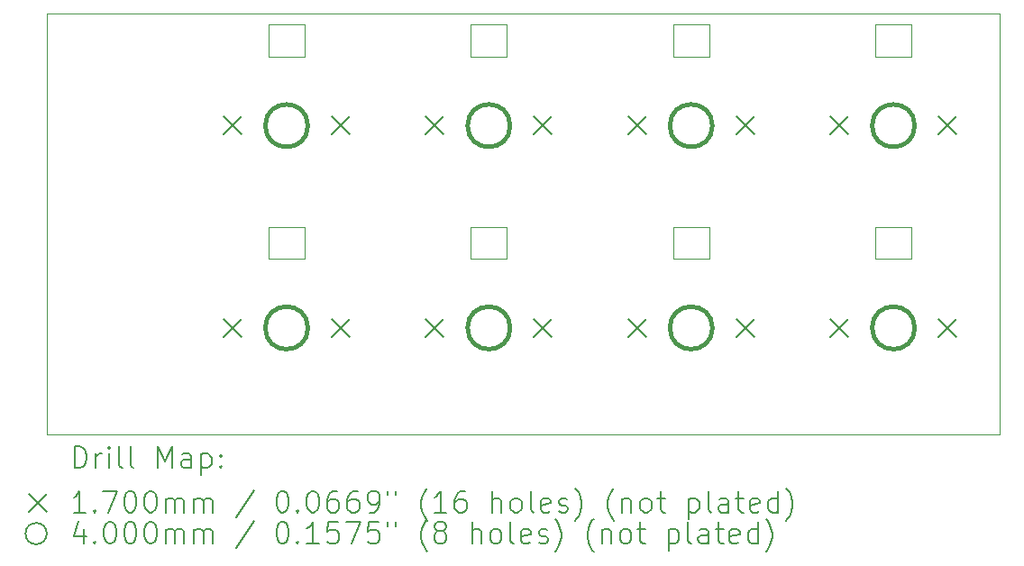
<source format=gbr>
%TF.GenerationSoftware,KiCad,Pcbnew,9.0.7*%
%TF.CreationDate,2026-02-20T22:19:16+11:00*%
%TF.ProjectId,oled-v2,6f6c6564-2d76-4322-9e6b-696361645f70,rev?*%
%TF.SameCoordinates,Original*%
%TF.FileFunction,Drillmap*%
%TF.FilePolarity,Positive*%
%FSLAX45Y45*%
G04 Gerber Fmt 4.5, Leading zero omitted, Abs format (unit mm)*
G04 Created by KiCad (PCBNEW 9.0.7) date 2026-02-20 22:19:16*
%MOMM*%
%LPD*%
G01*
G04 APERTURE LIST*
%ADD10C,0.050000*%
%ADD11C,0.120000*%
%ADD12C,0.200000*%
%ADD13C,0.170000*%
%ADD14C,0.400000*%
G04 APERTURE END LIST*
D10*
X6150000Y-5250000D02*
X15100000Y-5250000D01*
X15100000Y-9200000D01*
X6150000Y-9200000D01*
X6150000Y-5250000D01*
D11*
X12030000Y-5350000D02*
X12030000Y-5650000D01*
X12030000Y-5650000D02*
X12370000Y-5650000D01*
X12370000Y-5350000D02*
X12030000Y-5350000D01*
X12370000Y-5650000D02*
X12370000Y-5350000D01*
X13930000Y-5350000D02*
X13930000Y-5650000D01*
X13930000Y-5650000D02*
X14270000Y-5650000D01*
X14270000Y-5350000D02*
X13930000Y-5350000D01*
X14270000Y-5650000D02*
X14270000Y-5350000D01*
X10130000Y-7250000D02*
X10130000Y-7550000D01*
X10130000Y-7550000D02*
X10470000Y-7550000D01*
X10470000Y-7250000D02*
X10130000Y-7250000D01*
X10470000Y-7550000D02*
X10470000Y-7250000D01*
X8230000Y-7250000D02*
X8230000Y-7550000D01*
X8230000Y-7550000D02*
X8570000Y-7550000D01*
X8570000Y-7250000D02*
X8230000Y-7250000D01*
X8570000Y-7550000D02*
X8570000Y-7250000D01*
X12030000Y-7250000D02*
X12030000Y-7550000D01*
X12030000Y-7550000D02*
X12370000Y-7550000D01*
X12370000Y-7250000D02*
X12030000Y-7250000D01*
X12370000Y-7550000D02*
X12370000Y-7250000D01*
X10130000Y-5350000D02*
X10130000Y-5650000D01*
X10130000Y-5650000D02*
X10470000Y-5650000D01*
X10470000Y-5350000D02*
X10130000Y-5350000D01*
X10470000Y-5650000D02*
X10470000Y-5350000D01*
X13930000Y-7250000D02*
X13930000Y-7550000D01*
X13930000Y-7550000D02*
X14270000Y-7550000D01*
X14270000Y-7250000D02*
X13930000Y-7250000D01*
X14270000Y-7550000D02*
X14270000Y-7250000D01*
X8230000Y-5350000D02*
X8230000Y-5650000D01*
X8230000Y-5650000D02*
X8570000Y-5650000D01*
X8570000Y-5350000D02*
X8230000Y-5350000D01*
X8570000Y-5650000D02*
X8570000Y-5350000D01*
D12*
D13*
X7807000Y-6215000D02*
X7977000Y-6385000D01*
X7977000Y-6215000D02*
X7807000Y-6385000D01*
X7807000Y-8115000D02*
X7977000Y-8285000D01*
X7977000Y-8115000D02*
X7807000Y-8285000D01*
X8823000Y-6215000D02*
X8993000Y-6385000D01*
X8993000Y-6215000D02*
X8823000Y-6385000D01*
X8823000Y-8115000D02*
X8993000Y-8285000D01*
X8993000Y-8115000D02*
X8823000Y-8285000D01*
X9707000Y-6215000D02*
X9877000Y-6385000D01*
X9877000Y-6215000D02*
X9707000Y-6385000D01*
X9707000Y-8115000D02*
X9877000Y-8285000D01*
X9877000Y-8115000D02*
X9707000Y-8285000D01*
X10723000Y-6215000D02*
X10893000Y-6385000D01*
X10893000Y-6215000D02*
X10723000Y-6385000D01*
X10723000Y-8115000D02*
X10893000Y-8285000D01*
X10893000Y-8115000D02*
X10723000Y-8285000D01*
X11607000Y-6215000D02*
X11777000Y-6385000D01*
X11777000Y-6215000D02*
X11607000Y-6385000D01*
X11607000Y-8115000D02*
X11777000Y-8285000D01*
X11777000Y-8115000D02*
X11607000Y-8285000D01*
X12623000Y-6215000D02*
X12793000Y-6385000D01*
X12793000Y-6215000D02*
X12623000Y-6385000D01*
X12623000Y-8115000D02*
X12793000Y-8285000D01*
X12793000Y-8115000D02*
X12623000Y-8285000D01*
X13507000Y-6215000D02*
X13677000Y-6385000D01*
X13677000Y-6215000D02*
X13507000Y-6385000D01*
X13507000Y-8115000D02*
X13677000Y-8285000D01*
X13677000Y-8115000D02*
X13507000Y-8285000D01*
X14523000Y-6215000D02*
X14693000Y-6385000D01*
X14693000Y-6215000D02*
X14523000Y-6385000D01*
X14523000Y-8115000D02*
X14693000Y-8285000D01*
X14693000Y-8115000D02*
X14523000Y-8285000D01*
D14*
X8600000Y-6300000D02*
G75*
G02*
X8200000Y-6300000I-200000J0D01*
G01*
X8200000Y-6300000D02*
G75*
G02*
X8600000Y-6300000I200000J0D01*
G01*
X8600000Y-8200000D02*
G75*
G02*
X8200000Y-8200000I-200000J0D01*
G01*
X8200000Y-8200000D02*
G75*
G02*
X8600000Y-8200000I200000J0D01*
G01*
X10500000Y-6300000D02*
G75*
G02*
X10100000Y-6300000I-200000J0D01*
G01*
X10100000Y-6300000D02*
G75*
G02*
X10500000Y-6300000I200000J0D01*
G01*
X10500000Y-8200000D02*
G75*
G02*
X10100000Y-8200000I-200000J0D01*
G01*
X10100000Y-8200000D02*
G75*
G02*
X10500000Y-8200000I200000J0D01*
G01*
X12400000Y-6300000D02*
G75*
G02*
X12000000Y-6300000I-200000J0D01*
G01*
X12000000Y-6300000D02*
G75*
G02*
X12400000Y-6300000I200000J0D01*
G01*
X12400000Y-8200000D02*
G75*
G02*
X12000000Y-8200000I-200000J0D01*
G01*
X12000000Y-8200000D02*
G75*
G02*
X12400000Y-8200000I200000J0D01*
G01*
X14300000Y-6300000D02*
G75*
G02*
X13900000Y-6300000I-200000J0D01*
G01*
X13900000Y-6300000D02*
G75*
G02*
X14300000Y-6300000I200000J0D01*
G01*
X14300000Y-8200000D02*
G75*
G02*
X13900000Y-8200000I-200000J0D01*
G01*
X13900000Y-8200000D02*
G75*
G02*
X14300000Y-8200000I200000J0D01*
G01*
D12*
X6408277Y-9513984D02*
X6408277Y-9313984D01*
X6408277Y-9313984D02*
X6455896Y-9313984D01*
X6455896Y-9313984D02*
X6484467Y-9323508D01*
X6484467Y-9323508D02*
X6503515Y-9342555D01*
X6503515Y-9342555D02*
X6513039Y-9361603D01*
X6513039Y-9361603D02*
X6522562Y-9399698D01*
X6522562Y-9399698D02*
X6522562Y-9428270D01*
X6522562Y-9428270D02*
X6513039Y-9466365D01*
X6513039Y-9466365D02*
X6503515Y-9485412D01*
X6503515Y-9485412D02*
X6484467Y-9504460D01*
X6484467Y-9504460D02*
X6455896Y-9513984D01*
X6455896Y-9513984D02*
X6408277Y-9513984D01*
X6608277Y-9513984D02*
X6608277Y-9380650D01*
X6608277Y-9418746D02*
X6617801Y-9399698D01*
X6617801Y-9399698D02*
X6627324Y-9390174D01*
X6627324Y-9390174D02*
X6646372Y-9380650D01*
X6646372Y-9380650D02*
X6665420Y-9380650D01*
X6732086Y-9513984D02*
X6732086Y-9380650D01*
X6732086Y-9313984D02*
X6722562Y-9323508D01*
X6722562Y-9323508D02*
X6732086Y-9333031D01*
X6732086Y-9333031D02*
X6741610Y-9323508D01*
X6741610Y-9323508D02*
X6732086Y-9313984D01*
X6732086Y-9313984D02*
X6732086Y-9333031D01*
X6855896Y-9513984D02*
X6836848Y-9504460D01*
X6836848Y-9504460D02*
X6827324Y-9485412D01*
X6827324Y-9485412D02*
X6827324Y-9313984D01*
X6960658Y-9513984D02*
X6941610Y-9504460D01*
X6941610Y-9504460D02*
X6932086Y-9485412D01*
X6932086Y-9485412D02*
X6932086Y-9313984D01*
X7189229Y-9513984D02*
X7189229Y-9313984D01*
X7189229Y-9313984D02*
X7255896Y-9456841D01*
X7255896Y-9456841D02*
X7322562Y-9313984D01*
X7322562Y-9313984D02*
X7322562Y-9513984D01*
X7503515Y-9513984D02*
X7503515Y-9409222D01*
X7503515Y-9409222D02*
X7493991Y-9390174D01*
X7493991Y-9390174D02*
X7474943Y-9380650D01*
X7474943Y-9380650D02*
X7436848Y-9380650D01*
X7436848Y-9380650D02*
X7417801Y-9390174D01*
X7503515Y-9504460D02*
X7484467Y-9513984D01*
X7484467Y-9513984D02*
X7436848Y-9513984D01*
X7436848Y-9513984D02*
X7417801Y-9504460D01*
X7417801Y-9504460D02*
X7408277Y-9485412D01*
X7408277Y-9485412D02*
X7408277Y-9466365D01*
X7408277Y-9466365D02*
X7417801Y-9447317D01*
X7417801Y-9447317D02*
X7436848Y-9437793D01*
X7436848Y-9437793D02*
X7484467Y-9437793D01*
X7484467Y-9437793D02*
X7503515Y-9428270D01*
X7598753Y-9380650D02*
X7598753Y-9580650D01*
X7598753Y-9390174D02*
X7617801Y-9380650D01*
X7617801Y-9380650D02*
X7655896Y-9380650D01*
X7655896Y-9380650D02*
X7674943Y-9390174D01*
X7674943Y-9390174D02*
X7684467Y-9399698D01*
X7684467Y-9399698D02*
X7693991Y-9418746D01*
X7693991Y-9418746D02*
X7693991Y-9475889D01*
X7693991Y-9475889D02*
X7684467Y-9494936D01*
X7684467Y-9494936D02*
X7674943Y-9504460D01*
X7674943Y-9504460D02*
X7655896Y-9513984D01*
X7655896Y-9513984D02*
X7617801Y-9513984D01*
X7617801Y-9513984D02*
X7598753Y-9504460D01*
X7779705Y-9494936D02*
X7789229Y-9504460D01*
X7789229Y-9504460D02*
X7779705Y-9513984D01*
X7779705Y-9513984D02*
X7770182Y-9504460D01*
X7770182Y-9504460D02*
X7779705Y-9494936D01*
X7779705Y-9494936D02*
X7779705Y-9513984D01*
X7779705Y-9390174D02*
X7789229Y-9399698D01*
X7789229Y-9399698D02*
X7779705Y-9409222D01*
X7779705Y-9409222D02*
X7770182Y-9399698D01*
X7770182Y-9399698D02*
X7779705Y-9390174D01*
X7779705Y-9390174D02*
X7779705Y-9409222D01*
D13*
X5977500Y-9757500D02*
X6147500Y-9927500D01*
X6147500Y-9757500D02*
X5977500Y-9927500D01*
D12*
X6513039Y-9933984D02*
X6398753Y-9933984D01*
X6455896Y-9933984D02*
X6455896Y-9733984D01*
X6455896Y-9733984D02*
X6436848Y-9762555D01*
X6436848Y-9762555D02*
X6417801Y-9781603D01*
X6417801Y-9781603D02*
X6398753Y-9791127D01*
X6598753Y-9914936D02*
X6608277Y-9924460D01*
X6608277Y-9924460D02*
X6598753Y-9933984D01*
X6598753Y-9933984D02*
X6589229Y-9924460D01*
X6589229Y-9924460D02*
X6598753Y-9914936D01*
X6598753Y-9914936D02*
X6598753Y-9933984D01*
X6674943Y-9733984D02*
X6808277Y-9733984D01*
X6808277Y-9733984D02*
X6722562Y-9933984D01*
X6922562Y-9733984D02*
X6941610Y-9733984D01*
X6941610Y-9733984D02*
X6960658Y-9743508D01*
X6960658Y-9743508D02*
X6970182Y-9753031D01*
X6970182Y-9753031D02*
X6979705Y-9772079D01*
X6979705Y-9772079D02*
X6989229Y-9810174D01*
X6989229Y-9810174D02*
X6989229Y-9857793D01*
X6989229Y-9857793D02*
X6979705Y-9895889D01*
X6979705Y-9895889D02*
X6970182Y-9914936D01*
X6970182Y-9914936D02*
X6960658Y-9924460D01*
X6960658Y-9924460D02*
X6941610Y-9933984D01*
X6941610Y-9933984D02*
X6922562Y-9933984D01*
X6922562Y-9933984D02*
X6903515Y-9924460D01*
X6903515Y-9924460D02*
X6893991Y-9914936D01*
X6893991Y-9914936D02*
X6884467Y-9895889D01*
X6884467Y-9895889D02*
X6874943Y-9857793D01*
X6874943Y-9857793D02*
X6874943Y-9810174D01*
X6874943Y-9810174D02*
X6884467Y-9772079D01*
X6884467Y-9772079D02*
X6893991Y-9753031D01*
X6893991Y-9753031D02*
X6903515Y-9743508D01*
X6903515Y-9743508D02*
X6922562Y-9733984D01*
X7113039Y-9733984D02*
X7132086Y-9733984D01*
X7132086Y-9733984D02*
X7151134Y-9743508D01*
X7151134Y-9743508D02*
X7160658Y-9753031D01*
X7160658Y-9753031D02*
X7170182Y-9772079D01*
X7170182Y-9772079D02*
X7179705Y-9810174D01*
X7179705Y-9810174D02*
X7179705Y-9857793D01*
X7179705Y-9857793D02*
X7170182Y-9895889D01*
X7170182Y-9895889D02*
X7160658Y-9914936D01*
X7160658Y-9914936D02*
X7151134Y-9924460D01*
X7151134Y-9924460D02*
X7132086Y-9933984D01*
X7132086Y-9933984D02*
X7113039Y-9933984D01*
X7113039Y-9933984D02*
X7093991Y-9924460D01*
X7093991Y-9924460D02*
X7084467Y-9914936D01*
X7084467Y-9914936D02*
X7074943Y-9895889D01*
X7074943Y-9895889D02*
X7065420Y-9857793D01*
X7065420Y-9857793D02*
X7065420Y-9810174D01*
X7065420Y-9810174D02*
X7074943Y-9772079D01*
X7074943Y-9772079D02*
X7084467Y-9753031D01*
X7084467Y-9753031D02*
X7093991Y-9743508D01*
X7093991Y-9743508D02*
X7113039Y-9733984D01*
X7265420Y-9933984D02*
X7265420Y-9800650D01*
X7265420Y-9819698D02*
X7274943Y-9810174D01*
X7274943Y-9810174D02*
X7293991Y-9800650D01*
X7293991Y-9800650D02*
X7322563Y-9800650D01*
X7322563Y-9800650D02*
X7341610Y-9810174D01*
X7341610Y-9810174D02*
X7351134Y-9829222D01*
X7351134Y-9829222D02*
X7351134Y-9933984D01*
X7351134Y-9829222D02*
X7360658Y-9810174D01*
X7360658Y-9810174D02*
X7379705Y-9800650D01*
X7379705Y-9800650D02*
X7408277Y-9800650D01*
X7408277Y-9800650D02*
X7427324Y-9810174D01*
X7427324Y-9810174D02*
X7436848Y-9829222D01*
X7436848Y-9829222D02*
X7436848Y-9933984D01*
X7532086Y-9933984D02*
X7532086Y-9800650D01*
X7532086Y-9819698D02*
X7541610Y-9810174D01*
X7541610Y-9810174D02*
X7560658Y-9800650D01*
X7560658Y-9800650D02*
X7589229Y-9800650D01*
X7589229Y-9800650D02*
X7608277Y-9810174D01*
X7608277Y-9810174D02*
X7617801Y-9829222D01*
X7617801Y-9829222D02*
X7617801Y-9933984D01*
X7617801Y-9829222D02*
X7627324Y-9810174D01*
X7627324Y-9810174D02*
X7646372Y-9800650D01*
X7646372Y-9800650D02*
X7674943Y-9800650D01*
X7674943Y-9800650D02*
X7693991Y-9810174D01*
X7693991Y-9810174D02*
X7703515Y-9829222D01*
X7703515Y-9829222D02*
X7703515Y-9933984D01*
X8093991Y-9724460D02*
X7922563Y-9981603D01*
X8351134Y-9733984D02*
X8370182Y-9733984D01*
X8370182Y-9733984D02*
X8389229Y-9743508D01*
X8389229Y-9743508D02*
X8398753Y-9753031D01*
X8398753Y-9753031D02*
X8408277Y-9772079D01*
X8408277Y-9772079D02*
X8417801Y-9810174D01*
X8417801Y-9810174D02*
X8417801Y-9857793D01*
X8417801Y-9857793D02*
X8408277Y-9895889D01*
X8408277Y-9895889D02*
X8398753Y-9914936D01*
X8398753Y-9914936D02*
X8389229Y-9924460D01*
X8389229Y-9924460D02*
X8370182Y-9933984D01*
X8370182Y-9933984D02*
X8351134Y-9933984D01*
X8351134Y-9933984D02*
X8332086Y-9924460D01*
X8332086Y-9924460D02*
X8322563Y-9914936D01*
X8322563Y-9914936D02*
X8313039Y-9895889D01*
X8313039Y-9895889D02*
X8303515Y-9857793D01*
X8303515Y-9857793D02*
X8303515Y-9810174D01*
X8303515Y-9810174D02*
X8313039Y-9772079D01*
X8313039Y-9772079D02*
X8322563Y-9753031D01*
X8322563Y-9753031D02*
X8332086Y-9743508D01*
X8332086Y-9743508D02*
X8351134Y-9733984D01*
X8503515Y-9914936D02*
X8513039Y-9924460D01*
X8513039Y-9924460D02*
X8503515Y-9933984D01*
X8503515Y-9933984D02*
X8493991Y-9924460D01*
X8493991Y-9924460D02*
X8503515Y-9914936D01*
X8503515Y-9914936D02*
X8503515Y-9933984D01*
X8636848Y-9733984D02*
X8655896Y-9733984D01*
X8655896Y-9733984D02*
X8674944Y-9743508D01*
X8674944Y-9743508D02*
X8684468Y-9753031D01*
X8684468Y-9753031D02*
X8693991Y-9772079D01*
X8693991Y-9772079D02*
X8703515Y-9810174D01*
X8703515Y-9810174D02*
X8703515Y-9857793D01*
X8703515Y-9857793D02*
X8693991Y-9895889D01*
X8693991Y-9895889D02*
X8684468Y-9914936D01*
X8684468Y-9914936D02*
X8674944Y-9924460D01*
X8674944Y-9924460D02*
X8655896Y-9933984D01*
X8655896Y-9933984D02*
X8636848Y-9933984D01*
X8636848Y-9933984D02*
X8617801Y-9924460D01*
X8617801Y-9924460D02*
X8608277Y-9914936D01*
X8608277Y-9914936D02*
X8598753Y-9895889D01*
X8598753Y-9895889D02*
X8589229Y-9857793D01*
X8589229Y-9857793D02*
X8589229Y-9810174D01*
X8589229Y-9810174D02*
X8598753Y-9772079D01*
X8598753Y-9772079D02*
X8608277Y-9753031D01*
X8608277Y-9753031D02*
X8617801Y-9743508D01*
X8617801Y-9743508D02*
X8636848Y-9733984D01*
X8874944Y-9733984D02*
X8836848Y-9733984D01*
X8836848Y-9733984D02*
X8817801Y-9743508D01*
X8817801Y-9743508D02*
X8808277Y-9753031D01*
X8808277Y-9753031D02*
X8789229Y-9781603D01*
X8789229Y-9781603D02*
X8779706Y-9819698D01*
X8779706Y-9819698D02*
X8779706Y-9895889D01*
X8779706Y-9895889D02*
X8789229Y-9914936D01*
X8789229Y-9914936D02*
X8798753Y-9924460D01*
X8798753Y-9924460D02*
X8817801Y-9933984D01*
X8817801Y-9933984D02*
X8855896Y-9933984D01*
X8855896Y-9933984D02*
X8874944Y-9924460D01*
X8874944Y-9924460D02*
X8884468Y-9914936D01*
X8884468Y-9914936D02*
X8893991Y-9895889D01*
X8893991Y-9895889D02*
X8893991Y-9848270D01*
X8893991Y-9848270D02*
X8884468Y-9829222D01*
X8884468Y-9829222D02*
X8874944Y-9819698D01*
X8874944Y-9819698D02*
X8855896Y-9810174D01*
X8855896Y-9810174D02*
X8817801Y-9810174D01*
X8817801Y-9810174D02*
X8798753Y-9819698D01*
X8798753Y-9819698D02*
X8789229Y-9829222D01*
X8789229Y-9829222D02*
X8779706Y-9848270D01*
X9065420Y-9733984D02*
X9027325Y-9733984D01*
X9027325Y-9733984D02*
X9008277Y-9743508D01*
X9008277Y-9743508D02*
X8998753Y-9753031D01*
X8998753Y-9753031D02*
X8979706Y-9781603D01*
X8979706Y-9781603D02*
X8970182Y-9819698D01*
X8970182Y-9819698D02*
X8970182Y-9895889D01*
X8970182Y-9895889D02*
X8979706Y-9914936D01*
X8979706Y-9914936D02*
X8989229Y-9924460D01*
X8989229Y-9924460D02*
X9008277Y-9933984D01*
X9008277Y-9933984D02*
X9046372Y-9933984D01*
X9046372Y-9933984D02*
X9065420Y-9924460D01*
X9065420Y-9924460D02*
X9074944Y-9914936D01*
X9074944Y-9914936D02*
X9084468Y-9895889D01*
X9084468Y-9895889D02*
X9084468Y-9848270D01*
X9084468Y-9848270D02*
X9074944Y-9829222D01*
X9074944Y-9829222D02*
X9065420Y-9819698D01*
X9065420Y-9819698D02*
X9046372Y-9810174D01*
X9046372Y-9810174D02*
X9008277Y-9810174D01*
X9008277Y-9810174D02*
X8989229Y-9819698D01*
X8989229Y-9819698D02*
X8979706Y-9829222D01*
X8979706Y-9829222D02*
X8970182Y-9848270D01*
X9179706Y-9933984D02*
X9217801Y-9933984D01*
X9217801Y-9933984D02*
X9236849Y-9924460D01*
X9236849Y-9924460D02*
X9246372Y-9914936D01*
X9246372Y-9914936D02*
X9265420Y-9886365D01*
X9265420Y-9886365D02*
X9274944Y-9848270D01*
X9274944Y-9848270D02*
X9274944Y-9772079D01*
X9274944Y-9772079D02*
X9265420Y-9753031D01*
X9265420Y-9753031D02*
X9255896Y-9743508D01*
X9255896Y-9743508D02*
X9236849Y-9733984D01*
X9236849Y-9733984D02*
X9198753Y-9733984D01*
X9198753Y-9733984D02*
X9179706Y-9743508D01*
X9179706Y-9743508D02*
X9170182Y-9753031D01*
X9170182Y-9753031D02*
X9160658Y-9772079D01*
X9160658Y-9772079D02*
X9160658Y-9819698D01*
X9160658Y-9819698D02*
X9170182Y-9838746D01*
X9170182Y-9838746D02*
X9179706Y-9848270D01*
X9179706Y-9848270D02*
X9198753Y-9857793D01*
X9198753Y-9857793D02*
X9236849Y-9857793D01*
X9236849Y-9857793D02*
X9255896Y-9848270D01*
X9255896Y-9848270D02*
X9265420Y-9838746D01*
X9265420Y-9838746D02*
X9274944Y-9819698D01*
X9351134Y-9733984D02*
X9351134Y-9772079D01*
X9427325Y-9733984D02*
X9427325Y-9772079D01*
X9722563Y-10010174D02*
X9713039Y-10000650D01*
X9713039Y-10000650D02*
X9693991Y-9972079D01*
X9693991Y-9972079D02*
X9684468Y-9953031D01*
X9684468Y-9953031D02*
X9674944Y-9924460D01*
X9674944Y-9924460D02*
X9665420Y-9876841D01*
X9665420Y-9876841D02*
X9665420Y-9838746D01*
X9665420Y-9838746D02*
X9674944Y-9791127D01*
X9674944Y-9791127D02*
X9684468Y-9762555D01*
X9684468Y-9762555D02*
X9693991Y-9743508D01*
X9693991Y-9743508D02*
X9713039Y-9714936D01*
X9713039Y-9714936D02*
X9722563Y-9705412D01*
X9903515Y-9933984D02*
X9789230Y-9933984D01*
X9846372Y-9933984D02*
X9846372Y-9733984D01*
X9846372Y-9733984D02*
X9827325Y-9762555D01*
X9827325Y-9762555D02*
X9808277Y-9781603D01*
X9808277Y-9781603D02*
X9789230Y-9791127D01*
X10074944Y-9733984D02*
X10036849Y-9733984D01*
X10036849Y-9733984D02*
X10017801Y-9743508D01*
X10017801Y-9743508D02*
X10008277Y-9753031D01*
X10008277Y-9753031D02*
X9989230Y-9781603D01*
X9989230Y-9781603D02*
X9979706Y-9819698D01*
X9979706Y-9819698D02*
X9979706Y-9895889D01*
X9979706Y-9895889D02*
X9989230Y-9914936D01*
X9989230Y-9914936D02*
X9998753Y-9924460D01*
X9998753Y-9924460D02*
X10017801Y-9933984D01*
X10017801Y-9933984D02*
X10055896Y-9933984D01*
X10055896Y-9933984D02*
X10074944Y-9924460D01*
X10074944Y-9924460D02*
X10084468Y-9914936D01*
X10084468Y-9914936D02*
X10093991Y-9895889D01*
X10093991Y-9895889D02*
X10093991Y-9848270D01*
X10093991Y-9848270D02*
X10084468Y-9829222D01*
X10084468Y-9829222D02*
X10074944Y-9819698D01*
X10074944Y-9819698D02*
X10055896Y-9810174D01*
X10055896Y-9810174D02*
X10017801Y-9810174D01*
X10017801Y-9810174D02*
X9998753Y-9819698D01*
X9998753Y-9819698D02*
X9989230Y-9829222D01*
X9989230Y-9829222D02*
X9979706Y-9848270D01*
X10332087Y-9933984D02*
X10332087Y-9733984D01*
X10417801Y-9933984D02*
X10417801Y-9829222D01*
X10417801Y-9829222D02*
X10408277Y-9810174D01*
X10408277Y-9810174D02*
X10389230Y-9800650D01*
X10389230Y-9800650D02*
X10360658Y-9800650D01*
X10360658Y-9800650D02*
X10341611Y-9810174D01*
X10341611Y-9810174D02*
X10332087Y-9819698D01*
X10541611Y-9933984D02*
X10522563Y-9924460D01*
X10522563Y-9924460D02*
X10513039Y-9914936D01*
X10513039Y-9914936D02*
X10503515Y-9895889D01*
X10503515Y-9895889D02*
X10503515Y-9838746D01*
X10503515Y-9838746D02*
X10513039Y-9819698D01*
X10513039Y-9819698D02*
X10522563Y-9810174D01*
X10522563Y-9810174D02*
X10541611Y-9800650D01*
X10541611Y-9800650D02*
X10570182Y-9800650D01*
X10570182Y-9800650D02*
X10589230Y-9810174D01*
X10589230Y-9810174D02*
X10598753Y-9819698D01*
X10598753Y-9819698D02*
X10608277Y-9838746D01*
X10608277Y-9838746D02*
X10608277Y-9895889D01*
X10608277Y-9895889D02*
X10598753Y-9914936D01*
X10598753Y-9914936D02*
X10589230Y-9924460D01*
X10589230Y-9924460D02*
X10570182Y-9933984D01*
X10570182Y-9933984D02*
X10541611Y-9933984D01*
X10722563Y-9933984D02*
X10703515Y-9924460D01*
X10703515Y-9924460D02*
X10693992Y-9905412D01*
X10693992Y-9905412D02*
X10693992Y-9733984D01*
X10874944Y-9924460D02*
X10855896Y-9933984D01*
X10855896Y-9933984D02*
X10817801Y-9933984D01*
X10817801Y-9933984D02*
X10798753Y-9924460D01*
X10798753Y-9924460D02*
X10789230Y-9905412D01*
X10789230Y-9905412D02*
X10789230Y-9829222D01*
X10789230Y-9829222D02*
X10798753Y-9810174D01*
X10798753Y-9810174D02*
X10817801Y-9800650D01*
X10817801Y-9800650D02*
X10855896Y-9800650D01*
X10855896Y-9800650D02*
X10874944Y-9810174D01*
X10874944Y-9810174D02*
X10884468Y-9829222D01*
X10884468Y-9829222D02*
X10884468Y-9848270D01*
X10884468Y-9848270D02*
X10789230Y-9867317D01*
X10960658Y-9924460D02*
X10979706Y-9933984D01*
X10979706Y-9933984D02*
X11017801Y-9933984D01*
X11017801Y-9933984D02*
X11036849Y-9924460D01*
X11036849Y-9924460D02*
X11046373Y-9905412D01*
X11046373Y-9905412D02*
X11046373Y-9895889D01*
X11046373Y-9895889D02*
X11036849Y-9876841D01*
X11036849Y-9876841D02*
X11017801Y-9867317D01*
X11017801Y-9867317D02*
X10989230Y-9867317D01*
X10989230Y-9867317D02*
X10970182Y-9857793D01*
X10970182Y-9857793D02*
X10960658Y-9838746D01*
X10960658Y-9838746D02*
X10960658Y-9829222D01*
X10960658Y-9829222D02*
X10970182Y-9810174D01*
X10970182Y-9810174D02*
X10989230Y-9800650D01*
X10989230Y-9800650D02*
X11017801Y-9800650D01*
X11017801Y-9800650D02*
X11036849Y-9810174D01*
X11113039Y-10010174D02*
X11122563Y-10000650D01*
X11122563Y-10000650D02*
X11141611Y-9972079D01*
X11141611Y-9972079D02*
X11151134Y-9953031D01*
X11151134Y-9953031D02*
X11160658Y-9924460D01*
X11160658Y-9924460D02*
X11170182Y-9876841D01*
X11170182Y-9876841D02*
X11170182Y-9838746D01*
X11170182Y-9838746D02*
X11160658Y-9791127D01*
X11160658Y-9791127D02*
X11151134Y-9762555D01*
X11151134Y-9762555D02*
X11141611Y-9743508D01*
X11141611Y-9743508D02*
X11122563Y-9714936D01*
X11122563Y-9714936D02*
X11113039Y-9705412D01*
X11474944Y-10010174D02*
X11465420Y-10000650D01*
X11465420Y-10000650D02*
X11446372Y-9972079D01*
X11446372Y-9972079D02*
X11436849Y-9953031D01*
X11436849Y-9953031D02*
X11427325Y-9924460D01*
X11427325Y-9924460D02*
X11417801Y-9876841D01*
X11417801Y-9876841D02*
X11417801Y-9838746D01*
X11417801Y-9838746D02*
X11427325Y-9791127D01*
X11427325Y-9791127D02*
X11436849Y-9762555D01*
X11436849Y-9762555D02*
X11446372Y-9743508D01*
X11446372Y-9743508D02*
X11465420Y-9714936D01*
X11465420Y-9714936D02*
X11474944Y-9705412D01*
X11551134Y-9800650D02*
X11551134Y-9933984D01*
X11551134Y-9819698D02*
X11560658Y-9810174D01*
X11560658Y-9810174D02*
X11579706Y-9800650D01*
X11579706Y-9800650D02*
X11608277Y-9800650D01*
X11608277Y-9800650D02*
X11627325Y-9810174D01*
X11627325Y-9810174D02*
X11636849Y-9829222D01*
X11636849Y-9829222D02*
X11636849Y-9933984D01*
X11760658Y-9933984D02*
X11741611Y-9924460D01*
X11741611Y-9924460D02*
X11732087Y-9914936D01*
X11732087Y-9914936D02*
X11722563Y-9895889D01*
X11722563Y-9895889D02*
X11722563Y-9838746D01*
X11722563Y-9838746D02*
X11732087Y-9819698D01*
X11732087Y-9819698D02*
X11741611Y-9810174D01*
X11741611Y-9810174D02*
X11760658Y-9800650D01*
X11760658Y-9800650D02*
X11789230Y-9800650D01*
X11789230Y-9800650D02*
X11808277Y-9810174D01*
X11808277Y-9810174D02*
X11817801Y-9819698D01*
X11817801Y-9819698D02*
X11827325Y-9838746D01*
X11827325Y-9838746D02*
X11827325Y-9895889D01*
X11827325Y-9895889D02*
X11817801Y-9914936D01*
X11817801Y-9914936D02*
X11808277Y-9924460D01*
X11808277Y-9924460D02*
X11789230Y-9933984D01*
X11789230Y-9933984D02*
X11760658Y-9933984D01*
X11884468Y-9800650D02*
X11960658Y-9800650D01*
X11913039Y-9733984D02*
X11913039Y-9905412D01*
X11913039Y-9905412D02*
X11922563Y-9924460D01*
X11922563Y-9924460D02*
X11941611Y-9933984D01*
X11941611Y-9933984D02*
X11960658Y-9933984D01*
X12179706Y-9800650D02*
X12179706Y-10000650D01*
X12179706Y-9810174D02*
X12198753Y-9800650D01*
X12198753Y-9800650D02*
X12236849Y-9800650D01*
X12236849Y-9800650D02*
X12255896Y-9810174D01*
X12255896Y-9810174D02*
X12265420Y-9819698D01*
X12265420Y-9819698D02*
X12274944Y-9838746D01*
X12274944Y-9838746D02*
X12274944Y-9895889D01*
X12274944Y-9895889D02*
X12265420Y-9914936D01*
X12265420Y-9914936D02*
X12255896Y-9924460D01*
X12255896Y-9924460D02*
X12236849Y-9933984D01*
X12236849Y-9933984D02*
X12198753Y-9933984D01*
X12198753Y-9933984D02*
X12179706Y-9924460D01*
X12389230Y-9933984D02*
X12370182Y-9924460D01*
X12370182Y-9924460D02*
X12360658Y-9905412D01*
X12360658Y-9905412D02*
X12360658Y-9733984D01*
X12551134Y-9933984D02*
X12551134Y-9829222D01*
X12551134Y-9829222D02*
X12541611Y-9810174D01*
X12541611Y-9810174D02*
X12522563Y-9800650D01*
X12522563Y-9800650D02*
X12484468Y-9800650D01*
X12484468Y-9800650D02*
X12465420Y-9810174D01*
X12551134Y-9924460D02*
X12532087Y-9933984D01*
X12532087Y-9933984D02*
X12484468Y-9933984D01*
X12484468Y-9933984D02*
X12465420Y-9924460D01*
X12465420Y-9924460D02*
X12455896Y-9905412D01*
X12455896Y-9905412D02*
X12455896Y-9886365D01*
X12455896Y-9886365D02*
X12465420Y-9867317D01*
X12465420Y-9867317D02*
X12484468Y-9857793D01*
X12484468Y-9857793D02*
X12532087Y-9857793D01*
X12532087Y-9857793D02*
X12551134Y-9848270D01*
X12617801Y-9800650D02*
X12693992Y-9800650D01*
X12646373Y-9733984D02*
X12646373Y-9905412D01*
X12646373Y-9905412D02*
X12655896Y-9924460D01*
X12655896Y-9924460D02*
X12674944Y-9933984D01*
X12674944Y-9933984D02*
X12693992Y-9933984D01*
X12836849Y-9924460D02*
X12817801Y-9933984D01*
X12817801Y-9933984D02*
X12779706Y-9933984D01*
X12779706Y-9933984D02*
X12760658Y-9924460D01*
X12760658Y-9924460D02*
X12751134Y-9905412D01*
X12751134Y-9905412D02*
X12751134Y-9829222D01*
X12751134Y-9829222D02*
X12760658Y-9810174D01*
X12760658Y-9810174D02*
X12779706Y-9800650D01*
X12779706Y-9800650D02*
X12817801Y-9800650D01*
X12817801Y-9800650D02*
X12836849Y-9810174D01*
X12836849Y-9810174D02*
X12846373Y-9829222D01*
X12846373Y-9829222D02*
X12846373Y-9848270D01*
X12846373Y-9848270D02*
X12751134Y-9867317D01*
X13017801Y-9933984D02*
X13017801Y-9733984D01*
X13017801Y-9924460D02*
X12998754Y-9933984D01*
X12998754Y-9933984D02*
X12960658Y-9933984D01*
X12960658Y-9933984D02*
X12941611Y-9924460D01*
X12941611Y-9924460D02*
X12932087Y-9914936D01*
X12932087Y-9914936D02*
X12922563Y-9895889D01*
X12922563Y-9895889D02*
X12922563Y-9838746D01*
X12922563Y-9838746D02*
X12932087Y-9819698D01*
X12932087Y-9819698D02*
X12941611Y-9810174D01*
X12941611Y-9810174D02*
X12960658Y-9800650D01*
X12960658Y-9800650D02*
X12998754Y-9800650D01*
X12998754Y-9800650D02*
X13017801Y-9810174D01*
X13093992Y-10010174D02*
X13103515Y-10000650D01*
X13103515Y-10000650D02*
X13122563Y-9972079D01*
X13122563Y-9972079D02*
X13132087Y-9953031D01*
X13132087Y-9953031D02*
X13141611Y-9924460D01*
X13141611Y-9924460D02*
X13151134Y-9876841D01*
X13151134Y-9876841D02*
X13151134Y-9838746D01*
X13151134Y-9838746D02*
X13141611Y-9791127D01*
X13141611Y-9791127D02*
X13132087Y-9762555D01*
X13132087Y-9762555D02*
X13122563Y-9743508D01*
X13122563Y-9743508D02*
X13103515Y-9714936D01*
X13103515Y-9714936D02*
X13093992Y-9705412D01*
X6147500Y-10132500D02*
G75*
G02*
X5947500Y-10132500I-100000J0D01*
G01*
X5947500Y-10132500D02*
G75*
G02*
X6147500Y-10132500I100000J0D01*
G01*
X6493991Y-10090650D02*
X6493991Y-10223984D01*
X6446372Y-10014460D02*
X6398753Y-10157317D01*
X6398753Y-10157317D02*
X6522562Y-10157317D01*
X6598753Y-10204936D02*
X6608277Y-10214460D01*
X6608277Y-10214460D02*
X6598753Y-10223984D01*
X6598753Y-10223984D02*
X6589229Y-10214460D01*
X6589229Y-10214460D02*
X6598753Y-10204936D01*
X6598753Y-10204936D02*
X6598753Y-10223984D01*
X6732086Y-10023984D02*
X6751134Y-10023984D01*
X6751134Y-10023984D02*
X6770182Y-10033508D01*
X6770182Y-10033508D02*
X6779705Y-10043031D01*
X6779705Y-10043031D02*
X6789229Y-10062079D01*
X6789229Y-10062079D02*
X6798753Y-10100174D01*
X6798753Y-10100174D02*
X6798753Y-10147793D01*
X6798753Y-10147793D02*
X6789229Y-10185889D01*
X6789229Y-10185889D02*
X6779705Y-10204936D01*
X6779705Y-10204936D02*
X6770182Y-10214460D01*
X6770182Y-10214460D02*
X6751134Y-10223984D01*
X6751134Y-10223984D02*
X6732086Y-10223984D01*
X6732086Y-10223984D02*
X6713039Y-10214460D01*
X6713039Y-10214460D02*
X6703515Y-10204936D01*
X6703515Y-10204936D02*
X6693991Y-10185889D01*
X6693991Y-10185889D02*
X6684467Y-10147793D01*
X6684467Y-10147793D02*
X6684467Y-10100174D01*
X6684467Y-10100174D02*
X6693991Y-10062079D01*
X6693991Y-10062079D02*
X6703515Y-10043031D01*
X6703515Y-10043031D02*
X6713039Y-10033508D01*
X6713039Y-10033508D02*
X6732086Y-10023984D01*
X6922562Y-10023984D02*
X6941610Y-10023984D01*
X6941610Y-10023984D02*
X6960658Y-10033508D01*
X6960658Y-10033508D02*
X6970182Y-10043031D01*
X6970182Y-10043031D02*
X6979705Y-10062079D01*
X6979705Y-10062079D02*
X6989229Y-10100174D01*
X6989229Y-10100174D02*
X6989229Y-10147793D01*
X6989229Y-10147793D02*
X6979705Y-10185889D01*
X6979705Y-10185889D02*
X6970182Y-10204936D01*
X6970182Y-10204936D02*
X6960658Y-10214460D01*
X6960658Y-10214460D02*
X6941610Y-10223984D01*
X6941610Y-10223984D02*
X6922562Y-10223984D01*
X6922562Y-10223984D02*
X6903515Y-10214460D01*
X6903515Y-10214460D02*
X6893991Y-10204936D01*
X6893991Y-10204936D02*
X6884467Y-10185889D01*
X6884467Y-10185889D02*
X6874943Y-10147793D01*
X6874943Y-10147793D02*
X6874943Y-10100174D01*
X6874943Y-10100174D02*
X6884467Y-10062079D01*
X6884467Y-10062079D02*
X6893991Y-10043031D01*
X6893991Y-10043031D02*
X6903515Y-10033508D01*
X6903515Y-10033508D02*
X6922562Y-10023984D01*
X7113039Y-10023984D02*
X7132086Y-10023984D01*
X7132086Y-10023984D02*
X7151134Y-10033508D01*
X7151134Y-10033508D02*
X7160658Y-10043031D01*
X7160658Y-10043031D02*
X7170182Y-10062079D01*
X7170182Y-10062079D02*
X7179705Y-10100174D01*
X7179705Y-10100174D02*
X7179705Y-10147793D01*
X7179705Y-10147793D02*
X7170182Y-10185889D01*
X7170182Y-10185889D02*
X7160658Y-10204936D01*
X7160658Y-10204936D02*
X7151134Y-10214460D01*
X7151134Y-10214460D02*
X7132086Y-10223984D01*
X7132086Y-10223984D02*
X7113039Y-10223984D01*
X7113039Y-10223984D02*
X7093991Y-10214460D01*
X7093991Y-10214460D02*
X7084467Y-10204936D01*
X7084467Y-10204936D02*
X7074943Y-10185889D01*
X7074943Y-10185889D02*
X7065420Y-10147793D01*
X7065420Y-10147793D02*
X7065420Y-10100174D01*
X7065420Y-10100174D02*
X7074943Y-10062079D01*
X7074943Y-10062079D02*
X7084467Y-10043031D01*
X7084467Y-10043031D02*
X7093991Y-10033508D01*
X7093991Y-10033508D02*
X7113039Y-10023984D01*
X7265420Y-10223984D02*
X7265420Y-10090650D01*
X7265420Y-10109698D02*
X7274943Y-10100174D01*
X7274943Y-10100174D02*
X7293991Y-10090650D01*
X7293991Y-10090650D02*
X7322563Y-10090650D01*
X7322563Y-10090650D02*
X7341610Y-10100174D01*
X7341610Y-10100174D02*
X7351134Y-10119222D01*
X7351134Y-10119222D02*
X7351134Y-10223984D01*
X7351134Y-10119222D02*
X7360658Y-10100174D01*
X7360658Y-10100174D02*
X7379705Y-10090650D01*
X7379705Y-10090650D02*
X7408277Y-10090650D01*
X7408277Y-10090650D02*
X7427324Y-10100174D01*
X7427324Y-10100174D02*
X7436848Y-10119222D01*
X7436848Y-10119222D02*
X7436848Y-10223984D01*
X7532086Y-10223984D02*
X7532086Y-10090650D01*
X7532086Y-10109698D02*
X7541610Y-10100174D01*
X7541610Y-10100174D02*
X7560658Y-10090650D01*
X7560658Y-10090650D02*
X7589229Y-10090650D01*
X7589229Y-10090650D02*
X7608277Y-10100174D01*
X7608277Y-10100174D02*
X7617801Y-10119222D01*
X7617801Y-10119222D02*
X7617801Y-10223984D01*
X7617801Y-10119222D02*
X7627324Y-10100174D01*
X7627324Y-10100174D02*
X7646372Y-10090650D01*
X7646372Y-10090650D02*
X7674943Y-10090650D01*
X7674943Y-10090650D02*
X7693991Y-10100174D01*
X7693991Y-10100174D02*
X7703515Y-10119222D01*
X7703515Y-10119222D02*
X7703515Y-10223984D01*
X8093991Y-10014460D02*
X7922563Y-10271603D01*
X8351134Y-10023984D02*
X8370182Y-10023984D01*
X8370182Y-10023984D02*
X8389229Y-10033508D01*
X8389229Y-10033508D02*
X8398753Y-10043031D01*
X8398753Y-10043031D02*
X8408277Y-10062079D01*
X8408277Y-10062079D02*
X8417801Y-10100174D01*
X8417801Y-10100174D02*
X8417801Y-10147793D01*
X8417801Y-10147793D02*
X8408277Y-10185889D01*
X8408277Y-10185889D02*
X8398753Y-10204936D01*
X8398753Y-10204936D02*
X8389229Y-10214460D01*
X8389229Y-10214460D02*
X8370182Y-10223984D01*
X8370182Y-10223984D02*
X8351134Y-10223984D01*
X8351134Y-10223984D02*
X8332086Y-10214460D01*
X8332086Y-10214460D02*
X8322563Y-10204936D01*
X8322563Y-10204936D02*
X8313039Y-10185889D01*
X8313039Y-10185889D02*
X8303515Y-10147793D01*
X8303515Y-10147793D02*
X8303515Y-10100174D01*
X8303515Y-10100174D02*
X8313039Y-10062079D01*
X8313039Y-10062079D02*
X8322563Y-10043031D01*
X8322563Y-10043031D02*
X8332086Y-10033508D01*
X8332086Y-10033508D02*
X8351134Y-10023984D01*
X8503515Y-10204936D02*
X8513039Y-10214460D01*
X8513039Y-10214460D02*
X8503515Y-10223984D01*
X8503515Y-10223984D02*
X8493991Y-10214460D01*
X8493991Y-10214460D02*
X8503515Y-10204936D01*
X8503515Y-10204936D02*
X8503515Y-10223984D01*
X8703515Y-10223984D02*
X8589229Y-10223984D01*
X8646372Y-10223984D02*
X8646372Y-10023984D01*
X8646372Y-10023984D02*
X8627325Y-10052555D01*
X8627325Y-10052555D02*
X8608277Y-10071603D01*
X8608277Y-10071603D02*
X8589229Y-10081127D01*
X8884468Y-10023984D02*
X8789229Y-10023984D01*
X8789229Y-10023984D02*
X8779706Y-10119222D01*
X8779706Y-10119222D02*
X8789229Y-10109698D01*
X8789229Y-10109698D02*
X8808277Y-10100174D01*
X8808277Y-10100174D02*
X8855896Y-10100174D01*
X8855896Y-10100174D02*
X8874944Y-10109698D01*
X8874944Y-10109698D02*
X8884468Y-10119222D01*
X8884468Y-10119222D02*
X8893991Y-10138270D01*
X8893991Y-10138270D02*
X8893991Y-10185889D01*
X8893991Y-10185889D02*
X8884468Y-10204936D01*
X8884468Y-10204936D02*
X8874944Y-10214460D01*
X8874944Y-10214460D02*
X8855896Y-10223984D01*
X8855896Y-10223984D02*
X8808277Y-10223984D01*
X8808277Y-10223984D02*
X8789229Y-10214460D01*
X8789229Y-10214460D02*
X8779706Y-10204936D01*
X8960658Y-10023984D02*
X9093991Y-10023984D01*
X9093991Y-10023984D02*
X9008277Y-10223984D01*
X9265420Y-10023984D02*
X9170182Y-10023984D01*
X9170182Y-10023984D02*
X9160658Y-10119222D01*
X9160658Y-10119222D02*
X9170182Y-10109698D01*
X9170182Y-10109698D02*
X9189229Y-10100174D01*
X9189229Y-10100174D02*
X9236849Y-10100174D01*
X9236849Y-10100174D02*
X9255896Y-10109698D01*
X9255896Y-10109698D02*
X9265420Y-10119222D01*
X9265420Y-10119222D02*
X9274944Y-10138270D01*
X9274944Y-10138270D02*
X9274944Y-10185889D01*
X9274944Y-10185889D02*
X9265420Y-10204936D01*
X9265420Y-10204936D02*
X9255896Y-10214460D01*
X9255896Y-10214460D02*
X9236849Y-10223984D01*
X9236849Y-10223984D02*
X9189229Y-10223984D01*
X9189229Y-10223984D02*
X9170182Y-10214460D01*
X9170182Y-10214460D02*
X9160658Y-10204936D01*
X9351134Y-10023984D02*
X9351134Y-10062079D01*
X9427325Y-10023984D02*
X9427325Y-10062079D01*
X9722563Y-10300174D02*
X9713039Y-10290650D01*
X9713039Y-10290650D02*
X9693991Y-10262079D01*
X9693991Y-10262079D02*
X9684468Y-10243031D01*
X9684468Y-10243031D02*
X9674944Y-10214460D01*
X9674944Y-10214460D02*
X9665420Y-10166841D01*
X9665420Y-10166841D02*
X9665420Y-10128746D01*
X9665420Y-10128746D02*
X9674944Y-10081127D01*
X9674944Y-10081127D02*
X9684468Y-10052555D01*
X9684468Y-10052555D02*
X9693991Y-10033508D01*
X9693991Y-10033508D02*
X9713039Y-10004936D01*
X9713039Y-10004936D02*
X9722563Y-9995412D01*
X9827325Y-10109698D02*
X9808277Y-10100174D01*
X9808277Y-10100174D02*
X9798753Y-10090650D01*
X9798753Y-10090650D02*
X9789230Y-10071603D01*
X9789230Y-10071603D02*
X9789230Y-10062079D01*
X9789230Y-10062079D02*
X9798753Y-10043031D01*
X9798753Y-10043031D02*
X9808277Y-10033508D01*
X9808277Y-10033508D02*
X9827325Y-10023984D01*
X9827325Y-10023984D02*
X9865420Y-10023984D01*
X9865420Y-10023984D02*
X9884468Y-10033508D01*
X9884468Y-10033508D02*
X9893991Y-10043031D01*
X9893991Y-10043031D02*
X9903515Y-10062079D01*
X9903515Y-10062079D02*
X9903515Y-10071603D01*
X9903515Y-10071603D02*
X9893991Y-10090650D01*
X9893991Y-10090650D02*
X9884468Y-10100174D01*
X9884468Y-10100174D02*
X9865420Y-10109698D01*
X9865420Y-10109698D02*
X9827325Y-10109698D01*
X9827325Y-10109698D02*
X9808277Y-10119222D01*
X9808277Y-10119222D02*
X9798753Y-10128746D01*
X9798753Y-10128746D02*
X9789230Y-10147793D01*
X9789230Y-10147793D02*
X9789230Y-10185889D01*
X9789230Y-10185889D02*
X9798753Y-10204936D01*
X9798753Y-10204936D02*
X9808277Y-10214460D01*
X9808277Y-10214460D02*
X9827325Y-10223984D01*
X9827325Y-10223984D02*
X9865420Y-10223984D01*
X9865420Y-10223984D02*
X9884468Y-10214460D01*
X9884468Y-10214460D02*
X9893991Y-10204936D01*
X9893991Y-10204936D02*
X9903515Y-10185889D01*
X9903515Y-10185889D02*
X9903515Y-10147793D01*
X9903515Y-10147793D02*
X9893991Y-10128746D01*
X9893991Y-10128746D02*
X9884468Y-10119222D01*
X9884468Y-10119222D02*
X9865420Y-10109698D01*
X10141611Y-10223984D02*
X10141611Y-10023984D01*
X10227325Y-10223984D02*
X10227325Y-10119222D01*
X10227325Y-10119222D02*
X10217801Y-10100174D01*
X10217801Y-10100174D02*
X10198753Y-10090650D01*
X10198753Y-10090650D02*
X10170182Y-10090650D01*
X10170182Y-10090650D02*
X10151134Y-10100174D01*
X10151134Y-10100174D02*
X10141611Y-10109698D01*
X10351134Y-10223984D02*
X10332087Y-10214460D01*
X10332087Y-10214460D02*
X10322563Y-10204936D01*
X10322563Y-10204936D02*
X10313039Y-10185889D01*
X10313039Y-10185889D02*
X10313039Y-10128746D01*
X10313039Y-10128746D02*
X10322563Y-10109698D01*
X10322563Y-10109698D02*
X10332087Y-10100174D01*
X10332087Y-10100174D02*
X10351134Y-10090650D01*
X10351134Y-10090650D02*
X10379706Y-10090650D01*
X10379706Y-10090650D02*
X10398753Y-10100174D01*
X10398753Y-10100174D02*
X10408277Y-10109698D01*
X10408277Y-10109698D02*
X10417801Y-10128746D01*
X10417801Y-10128746D02*
X10417801Y-10185889D01*
X10417801Y-10185889D02*
X10408277Y-10204936D01*
X10408277Y-10204936D02*
X10398753Y-10214460D01*
X10398753Y-10214460D02*
X10379706Y-10223984D01*
X10379706Y-10223984D02*
X10351134Y-10223984D01*
X10532087Y-10223984D02*
X10513039Y-10214460D01*
X10513039Y-10214460D02*
X10503515Y-10195412D01*
X10503515Y-10195412D02*
X10503515Y-10023984D01*
X10684468Y-10214460D02*
X10665420Y-10223984D01*
X10665420Y-10223984D02*
X10627325Y-10223984D01*
X10627325Y-10223984D02*
X10608277Y-10214460D01*
X10608277Y-10214460D02*
X10598753Y-10195412D01*
X10598753Y-10195412D02*
X10598753Y-10119222D01*
X10598753Y-10119222D02*
X10608277Y-10100174D01*
X10608277Y-10100174D02*
X10627325Y-10090650D01*
X10627325Y-10090650D02*
X10665420Y-10090650D01*
X10665420Y-10090650D02*
X10684468Y-10100174D01*
X10684468Y-10100174D02*
X10693992Y-10119222D01*
X10693992Y-10119222D02*
X10693992Y-10138270D01*
X10693992Y-10138270D02*
X10598753Y-10157317D01*
X10770182Y-10214460D02*
X10789230Y-10223984D01*
X10789230Y-10223984D02*
X10827325Y-10223984D01*
X10827325Y-10223984D02*
X10846373Y-10214460D01*
X10846373Y-10214460D02*
X10855896Y-10195412D01*
X10855896Y-10195412D02*
X10855896Y-10185889D01*
X10855896Y-10185889D02*
X10846373Y-10166841D01*
X10846373Y-10166841D02*
X10827325Y-10157317D01*
X10827325Y-10157317D02*
X10798753Y-10157317D01*
X10798753Y-10157317D02*
X10779706Y-10147793D01*
X10779706Y-10147793D02*
X10770182Y-10128746D01*
X10770182Y-10128746D02*
X10770182Y-10119222D01*
X10770182Y-10119222D02*
X10779706Y-10100174D01*
X10779706Y-10100174D02*
X10798753Y-10090650D01*
X10798753Y-10090650D02*
X10827325Y-10090650D01*
X10827325Y-10090650D02*
X10846373Y-10100174D01*
X10922563Y-10300174D02*
X10932087Y-10290650D01*
X10932087Y-10290650D02*
X10951134Y-10262079D01*
X10951134Y-10262079D02*
X10960658Y-10243031D01*
X10960658Y-10243031D02*
X10970182Y-10214460D01*
X10970182Y-10214460D02*
X10979706Y-10166841D01*
X10979706Y-10166841D02*
X10979706Y-10128746D01*
X10979706Y-10128746D02*
X10970182Y-10081127D01*
X10970182Y-10081127D02*
X10960658Y-10052555D01*
X10960658Y-10052555D02*
X10951134Y-10033508D01*
X10951134Y-10033508D02*
X10932087Y-10004936D01*
X10932087Y-10004936D02*
X10922563Y-9995412D01*
X11284468Y-10300174D02*
X11274944Y-10290650D01*
X11274944Y-10290650D02*
X11255896Y-10262079D01*
X11255896Y-10262079D02*
X11246372Y-10243031D01*
X11246372Y-10243031D02*
X11236849Y-10214460D01*
X11236849Y-10214460D02*
X11227325Y-10166841D01*
X11227325Y-10166841D02*
X11227325Y-10128746D01*
X11227325Y-10128746D02*
X11236849Y-10081127D01*
X11236849Y-10081127D02*
X11246372Y-10052555D01*
X11246372Y-10052555D02*
X11255896Y-10033508D01*
X11255896Y-10033508D02*
X11274944Y-10004936D01*
X11274944Y-10004936D02*
X11284468Y-9995412D01*
X11360658Y-10090650D02*
X11360658Y-10223984D01*
X11360658Y-10109698D02*
X11370182Y-10100174D01*
X11370182Y-10100174D02*
X11389230Y-10090650D01*
X11389230Y-10090650D02*
X11417801Y-10090650D01*
X11417801Y-10090650D02*
X11436849Y-10100174D01*
X11436849Y-10100174D02*
X11446372Y-10119222D01*
X11446372Y-10119222D02*
X11446372Y-10223984D01*
X11570182Y-10223984D02*
X11551134Y-10214460D01*
X11551134Y-10214460D02*
X11541611Y-10204936D01*
X11541611Y-10204936D02*
X11532087Y-10185889D01*
X11532087Y-10185889D02*
X11532087Y-10128746D01*
X11532087Y-10128746D02*
X11541611Y-10109698D01*
X11541611Y-10109698D02*
X11551134Y-10100174D01*
X11551134Y-10100174D02*
X11570182Y-10090650D01*
X11570182Y-10090650D02*
X11598753Y-10090650D01*
X11598753Y-10090650D02*
X11617801Y-10100174D01*
X11617801Y-10100174D02*
X11627325Y-10109698D01*
X11627325Y-10109698D02*
X11636849Y-10128746D01*
X11636849Y-10128746D02*
X11636849Y-10185889D01*
X11636849Y-10185889D02*
X11627325Y-10204936D01*
X11627325Y-10204936D02*
X11617801Y-10214460D01*
X11617801Y-10214460D02*
X11598753Y-10223984D01*
X11598753Y-10223984D02*
X11570182Y-10223984D01*
X11693992Y-10090650D02*
X11770182Y-10090650D01*
X11722563Y-10023984D02*
X11722563Y-10195412D01*
X11722563Y-10195412D02*
X11732087Y-10214460D01*
X11732087Y-10214460D02*
X11751134Y-10223984D01*
X11751134Y-10223984D02*
X11770182Y-10223984D01*
X11989230Y-10090650D02*
X11989230Y-10290650D01*
X11989230Y-10100174D02*
X12008277Y-10090650D01*
X12008277Y-10090650D02*
X12046373Y-10090650D01*
X12046373Y-10090650D02*
X12065420Y-10100174D01*
X12065420Y-10100174D02*
X12074944Y-10109698D01*
X12074944Y-10109698D02*
X12084468Y-10128746D01*
X12084468Y-10128746D02*
X12084468Y-10185889D01*
X12084468Y-10185889D02*
X12074944Y-10204936D01*
X12074944Y-10204936D02*
X12065420Y-10214460D01*
X12065420Y-10214460D02*
X12046373Y-10223984D01*
X12046373Y-10223984D02*
X12008277Y-10223984D01*
X12008277Y-10223984D02*
X11989230Y-10214460D01*
X12198753Y-10223984D02*
X12179706Y-10214460D01*
X12179706Y-10214460D02*
X12170182Y-10195412D01*
X12170182Y-10195412D02*
X12170182Y-10023984D01*
X12360658Y-10223984D02*
X12360658Y-10119222D01*
X12360658Y-10119222D02*
X12351134Y-10100174D01*
X12351134Y-10100174D02*
X12332087Y-10090650D01*
X12332087Y-10090650D02*
X12293992Y-10090650D01*
X12293992Y-10090650D02*
X12274944Y-10100174D01*
X12360658Y-10214460D02*
X12341611Y-10223984D01*
X12341611Y-10223984D02*
X12293992Y-10223984D01*
X12293992Y-10223984D02*
X12274944Y-10214460D01*
X12274944Y-10214460D02*
X12265420Y-10195412D01*
X12265420Y-10195412D02*
X12265420Y-10176365D01*
X12265420Y-10176365D02*
X12274944Y-10157317D01*
X12274944Y-10157317D02*
X12293992Y-10147793D01*
X12293992Y-10147793D02*
X12341611Y-10147793D01*
X12341611Y-10147793D02*
X12360658Y-10138270D01*
X12427325Y-10090650D02*
X12503515Y-10090650D01*
X12455896Y-10023984D02*
X12455896Y-10195412D01*
X12455896Y-10195412D02*
X12465420Y-10214460D01*
X12465420Y-10214460D02*
X12484468Y-10223984D01*
X12484468Y-10223984D02*
X12503515Y-10223984D01*
X12646373Y-10214460D02*
X12627325Y-10223984D01*
X12627325Y-10223984D02*
X12589230Y-10223984D01*
X12589230Y-10223984D02*
X12570182Y-10214460D01*
X12570182Y-10214460D02*
X12560658Y-10195412D01*
X12560658Y-10195412D02*
X12560658Y-10119222D01*
X12560658Y-10119222D02*
X12570182Y-10100174D01*
X12570182Y-10100174D02*
X12589230Y-10090650D01*
X12589230Y-10090650D02*
X12627325Y-10090650D01*
X12627325Y-10090650D02*
X12646373Y-10100174D01*
X12646373Y-10100174D02*
X12655896Y-10119222D01*
X12655896Y-10119222D02*
X12655896Y-10138270D01*
X12655896Y-10138270D02*
X12560658Y-10157317D01*
X12827325Y-10223984D02*
X12827325Y-10023984D01*
X12827325Y-10214460D02*
X12808277Y-10223984D01*
X12808277Y-10223984D02*
X12770182Y-10223984D01*
X12770182Y-10223984D02*
X12751134Y-10214460D01*
X12751134Y-10214460D02*
X12741611Y-10204936D01*
X12741611Y-10204936D02*
X12732087Y-10185889D01*
X12732087Y-10185889D02*
X12732087Y-10128746D01*
X12732087Y-10128746D02*
X12741611Y-10109698D01*
X12741611Y-10109698D02*
X12751134Y-10100174D01*
X12751134Y-10100174D02*
X12770182Y-10090650D01*
X12770182Y-10090650D02*
X12808277Y-10090650D01*
X12808277Y-10090650D02*
X12827325Y-10100174D01*
X12903515Y-10300174D02*
X12913039Y-10290650D01*
X12913039Y-10290650D02*
X12932087Y-10262079D01*
X12932087Y-10262079D02*
X12941611Y-10243031D01*
X12941611Y-10243031D02*
X12951134Y-10214460D01*
X12951134Y-10214460D02*
X12960658Y-10166841D01*
X12960658Y-10166841D02*
X12960658Y-10128746D01*
X12960658Y-10128746D02*
X12951134Y-10081127D01*
X12951134Y-10081127D02*
X12941611Y-10052555D01*
X12941611Y-10052555D02*
X12932087Y-10033508D01*
X12932087Y-10033508D02*
X12913039Y-10004936D01*
X12913039Y-10004936D02*
X12903515Y-9995412D01*
M02*

</source>
